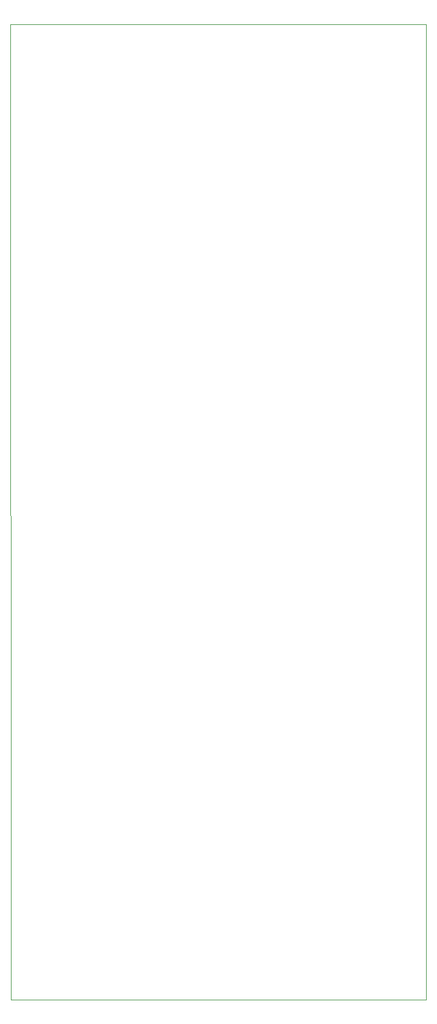
<source format=gbr>
%TF.GenerationSoftware,KiCad,Pcbnew,(5.1.10)-1*%
%TF.CreationDate,2022-04-21T20:11:48-04:00*%
%TF.ProjectId,ELC Eargensplitter,454c4320-4561-4726-9765-6e73706c6974,rev?*%
%TF.SameCoordinates,Original*%
%TF.FileFunction,Profile,NP*%
%FSLAX46Y46*%
G04 Gerber Fmt 4.6, Leading zero omitted, Abs format (unit mm)*
G04 Created by KiCad (PCBNEW (5.1.10)-1) date 2022-04-21 20:11:48*
%MOMM*%
%LPD*%
G01*
G04 APERTURE LIST*
%TA.AperFunction,Profile*%
%ADD10C,0.050000*%
%TD*%
G04 APERTURE END LIST*
D10*
X100000000Y-28000000D02*
X158000000Y-28000000D01*
X100076000Y-163830000D02*
X100000000Y-28000000D01*
X158000000Y-163830000D02*
X100076000Y-163830000D01*
X158000000Y-28000000D02*
X158000000Y-163830000D01*
M02*

</source>
